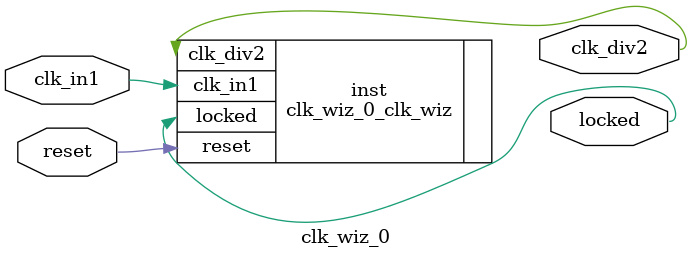
<source format=v>


`timescale 1ps/1ps

(* CORE_GENERATION_INFO = "clk_wiz_0,clk_wiz_v6_0_5_0_0,{component_name=clk_wiz_0,use_phase_alignment=true,use_min_o_jitter=false,use_max_i_jitter=false,use_dyn_phase_shift=false,use_inclk_switchover=false,use_dyn_reconfig=false,enable_axi=0,feedback_source=FDBK_AUTO,PRIMITIVE=MMCM,num_out_clk=1,clkin1_period=8.000,clkin2_period=10.000,use_power_down=false,use_reset=true,use_locked=true,use_inclk_stopped=false,feedback_type=SINGLE,CLOCK_MGR_TYPE=NA,manual_override=false}" *)

module clk_wiz_0 
 (
  // Clock out ports
  output        clk_div2,
  // Status and control signals
  input         reset,
  output        locked,
 // Clock in ports
  input         clk_in1
 );

  clk_wiz_0_clk_wiz inst
  (
  // Clock out ports  
  .clk_div2(clk_div2),
  // Status and control signals               
  .reset(reset), 
  .locked(locked),
 // Clock in ports
  .clk_in1(clk_in1)
  );

endmodule

</source>
